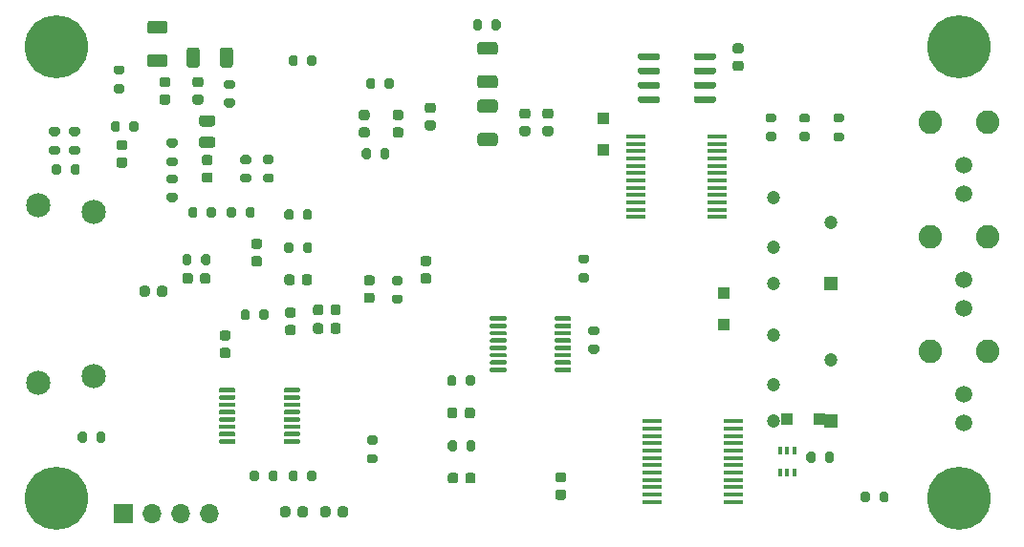
<source format=gbs>
G04 #@! TF.GenerationSoftware,KiCad,Pcbnew,(5.1.12-1-10_14)*
G04 #@! TF.CreationDate,2022-04-11T16:53:27-05:00*
G04 #@! TF.ProjectId,bath_clamp,62617468-5f63-46c6-916d-702e6b696361,rev?*
G04 #@! TF.SameCoordinates,Original*
G04 #@! TF.FileFunction,Soldermask,Bot*
G04 #@! TF.FilePolarity,Negative*
%FSLAX46Y46*%
G04 Gerber Fmt 4.6, Leading zero omitted, Abs format (unit mm)*
G04 Created by KiCad (PCBNEW (5.1.12-1-10_14)) date 2022-04-11 16:53:27*
%MOMM*%
%LPD*%
G01*
G04 APERTURE LIST*
%ADD10C,5.600000*%
%ADD11C,1.500000*%
%ADD12O,1.700000X1.700000*%
%ADD13R,1.700000X1.700000*%
%ADD14R,1.200000X1.200000*%
%ADD15C,1.200000*%
%ADD16C,2.153200*%
%ADD17C,2.082800*%
%ADD18R,1.100000X1.100000*%
%ADD19C,5.599999*%
%ADD20R,0.400000X0.650000*%
%ADD21R,1.750000X0.450000*%
G04 APERTURE END LIST*
D10*
X84000000Y44000000D03*
X84000000Y4000000D03*
D11*
X84400000Y33490000D03*
X84400000Y13170000D03*
X84400000Y23330000D03*
X84400000Y10630000D03*
X84400000Y20790000D03*
X84400000Y30950000D03*
D12*
X17620000Y2600000D03*
X15080000Y2600000D03*
X12540000Y2600000D03*
D13*
X10000000Y2600000D03*
D14*
X72644000Y23050500D03*
D15*
X72644000Y28450500D03*
X67564000Y30650500D03*
X67564000Y26250500D03*
X67564000Y23050500D03*
D14*
X72644000Y10858500D03*
D15*
X72644000Y16258500D03*
X67564000Y18458500D03*
X67564000Y14058500D03*
X67564000Y10858500D03*
G36*
G01*
X42563600Y45699000D02*
X42563600Y46249000D01*
G75*
G02*
X42763600Y46449000I200000J0D01*
G01*
X43163600Y46449000D01*
G75*
G02*
X43363600Y46249000I0J-200000D01*
G01*
X43363600Y45699000D01*
G75*
G02*
X43163600Y45499000I-200000J0D01*
G01*
X42763600Y45499000D01*
G75*
G02*
X42563600Y45699000I0J200000D01*
G01*
G37*
G36*
G01*
X40913600Y45699000D02*
X40913600Y46249000D01*
G75*
G02*
X41113600Y46449000I200000J0D01*
G01*
X41513600Y46449000D01*
G75*
G02*
X41713600Y46249000I0J-200000D01*
G01*
X41713600Y45699000D01*
G75*
G02*
X41513600Y45499000I-200000J0D01*
G01*
X41113600Y45499000D01*
G75*
G02*
X40913600Y45699000I0J200000D01*
G01*
G37*
G36*
G01*
X32279000Y8743500D02*
X31729000Y8743500D01*
G75*
G02*
X31529000Y8943500I0J200000D01*
G01*
X31529000Y9343500D01*
G75*
G02*
X31729000Y9543500I200000J0D01*
G01*
X32279000Y9543500D01*
G75*
G02*
X32479000Y9343500I0J-200000D01*
G01*
X32479000Y8943500D01*
G75*
G02*
X32279000Y8743500I-200000J0D01*
G01*
G37*
G36*
G01*
X32279000Y7093500D02*
X31729000Y7093500D01*
G75*
G02*
X31529000Y7293500I0J200000D01*
G01*
X31529000Y7693500D01*
G75*
G02*
X31729000Y7893500I200000J0D01*
G01*
X32279000Y7893500D01*
G75*
G02*
X32479000Y7693500I0J-200000D01*
G01*
X32479000Y7293500D01*
G75*
G02*
X32279000Y7093500I-200000J0D01*
G01*
G37*
G36*
G01*
X17861300Y36949800D02*
X16911300Y36949800D01*
G75*
G02*
X16661300Y37199800I0J250000D01*
G01*
X16661300Y37699800D01*
G75*
G02*
X16911300Y37949800I250000J0D01*
G01*
X17861300Y37949800D01*
G75*
G02*
X18111300Y37699800I0J-250000D01*
G01*
X18111300Y37199800D01*
G75*
G02*
X17861300Y36949800I-250000J0D01*
G01*
G37*
G36*
G01*
X17861300Y35049800D02*
X16911300Y35049800D01*
G75*
G02*
X16661300Y35299800I0J250000D01*
G01*
X16661300Y35799800D01*
G75*
G02*
X16911300Y36049800I250000J0D01*
G01*
X17861300Y36049800D01*
G75*
G02*
X18111300Y35799800I0J-250000D01*
G01*
X18111300Y35299800D01*
G75*
G02*
X17861300Y35049800I-250000J0D01*
G01*
G37*
G36*
G01*
X64151700Y42778800D02*
X64651700Y42778800D01*
G75*
G02*
X64876700Y42553800I0J-225000D01*
G01*
X64876700Y42103800D01*
G75*
G02*
X64651700Y41878800I-225000J0D01*
G01*
X64151700Y41878800D01*
G75*
G02*
X63926700Y42103800I0J225000D01*
G01*
X63926700Y42553800D01*
G75*
G02*
X64151700Y42778800I225000J0D01*
G01*
G37*
G36*
G01*
X64151700Y44328800D02*
X64651700Y44328800D01*
G75*
G02*
X64876700Y44103800I0J-225000D01*
G01*
X64876700Y43653800D01*
G75*
G02*
X64651700Y43428800I-225000J0D01*
G01*
X64151700Y43428800D01*
G75*
G02*
X63926700Y43653800I0J225000D01*
G01*
X63926700Y44103800D01*
G75*
G02*
X64151700Y44328800I225000J0D01*
G01*
G37*
G36*
G01*
X19629800Y40290300D02*
X19079800Y40290300D01*
G75*
G02*
X18879800Y40490300I0J200000D01*
G01*
X18879800Y40890300D01*
G75*
G02*
X19079800Y41090300I200000J0D01*
G01*
X19629800Y41090300D01*
G75*
G02*
X19829800Y40890300I0J-200000D01*
G01*
X19829800Y40490300D01*
G75*
G02*
X19629800Y40290300I-200000J0D01*
G01*
G37*
G36*
G01*
X19629800Y38640300D02*
X19079800Y38640300D01*
G75*
G02*
X18879800Y38840300I0J200000D01*
G01*
X18879800Y39240300D01*
G75*
G02*
X19079800Y39440300I200000J0D01*
G01*
X19629800Y39440300D01*
G75*
G02*
X19829800Y39240300I0J-200000D01*
G01*
X19829800Y38840300D01*
G75*
G02*
X19629800Y38640300I-200000J0D01*
G01*
G37*
G36*
G01*
X16714900Y43715701D02*
X16714900Y42415699D01*
G75*
G02*
X16464901Y42165700I-249999J0D01*
G01*
X15814899Y42165700D01*
G75*
G02*
X15564900Y42415699I0J249999D01*
G01*
X15564900Y43715701D01*
G75*
G02*
X15814899Y43965700I249999J0D01*
G01*
X16464901Y43965700D01*
G75*
G02*
X16714900Y43715701I0J-249999D01*
G01*
G37*
G36*
G01*
X19664900Y43715701D02*
X19664900Y42415699D01*
G75*
G02*
X19414901Y42165700I-249999J0D01*
G01*
X18764899Y42165700D01*
G75*
G02*
X18514900Y42415699I0J249999D01*
G01*
X18514900Y43715701D01*
G75*
G02*
X18764899Y43965700I249999J0D01*
G01*
X19414901Y43965700D01*
G75*
G02*
X19664900Y43715701I0J-249999D01*
G01*
G37*
G36*
G01*
X12329399Y43372200D02*
X13629401Y43372200D01*
G75*
G02*
X13879400Y43122201I0J-249999D01*
G01*
X13879400Y42472199D01*
G75*
G02*
X13629401Y42222200I-249999J0D01*
G01*
X12329399Y42222200D01*
G75*
G02*
X12079400Y42472199I0J249999D01*
G01*
X12079400Y43122201D01*
G75*
G02*
X12329399Y43372200I249999J0D01*
G01*
G37*
G36*
G01*
X12329399Y46322200D02*
X13629401Y46322200D01*
G75*
G02*
X13879400Y46072201I0J-249999D01*
G01*
X13879400Y45422199D01*
G75*
G02*
X13629401Y45172200I-249999J0D01*
G01*
X12329399Y45172200D01*
G75*
G02*
X12079400Y45422199I0J249999D01*
G01*
X12079400Y46072201D01*
G75*
G02*
X12329399Y46322200I249999J0D01*
G01*
G37*
G36*
G01*
X48149800Y15265300D02*
X48149800Y15465300D01*
G75*
G02*
X48249800Y15565300I100000J0D01*
G01*
X49524800Y15565300D01*
G75*
G02*
X49624800Y15465300I0J-100000D01*
G01*
X49624800Y15265300D01*
G75*
G02*
X49524800Y15165300I-100000J0D01*
G01*
X48249800Y15165300D01*
G75*
G02*
X48149800Y15265300I0J100000D01*
G01*
G37*
G36*
G01*
X48149800Y15915300D02*
X48149800Y16115300D01*
G75*
G02*
X48249800Y16215300I100000J0D01*
G01*
X49524800Y16215300D01*
G75*
G02*
X49624800Y16115300I0J-100000D01*
G01*
X49624800Y15915300D01*
G75*
G02*
X49524800Y15815300I-100000J0D01*
G01*
X48249800Y15815300D01*
G75*
G02*
X48149800Y15915300I0J100000D01*
G01*
G37*
G36*
G01*
X48149800Y16565300D02*
X48149800Y16765300D01*
G75*
G02*
X48249800Y16865300I100000J0D01*
G01*
X49524800Y16865300D01*
G75*
G02*
X49624800Y16765300I0J-100000D01*
G01*
X49624800Y16565300D01*
G75*
G02*
X49524800Y16465300I-100000J0D01*
G01*
X48249800Y16465300D01*
G75*
G02*
X48149800Y16565300I0J100000D01*
G01*
G37*
G36*
G01*
X48149800Y17215300D02*
X48149800Y17415300D01*
G75*
G02*
X48249800Y17515300I100000J0D01*
G01*
X49524800Y17515300D01*
G75*
G02*
X49624800Y17415300I0J-100000D01*
G01*
X49624800Y17215300D01*
G75*
G02*
X49524800Y17115300I-100000J0D01*
G01*
X48249800Y17115300D01*
G75*
G02*
X48149800Y17215300I0J100000D01*
G01*
G37*
G36*
G01*
X48149800Y17865300D02*
X48149800Y18065300D01*
G75*
G02*
X48249800Y18165300I100000J0D01*
G01*
X49524800Y18165300D01*
G75*
G02*
X49624800Y18065300I0J-100000D01*
G01*
X49624800Y17865300D01*
G75*
G02*
X49524800Y17765300I-100000J0D01*
G01*
X48249800Y17765300D01*
G75*
G02*
X48149800Y17865300I0J100000D01*
G01*
G37*
G36*
G01*
X48149800Y18515300D02*
X48149800Y18715300D01*
G75*
G02*
X48249800Y18815300I100000J0D01*
G01*
X49524800Y18815300D01*
G75*
G02*
X49624800Y18715300I0J-100000D01*
G01*
X49624800Y18515300D01*
G75*
G02*
X49524800Y18415300I-100000J0D01*
G01*
X48249800Y18415300D01*
G75*
G02*
X48149800Y18515300I0J100000D01*
G01*
G37*
G36*
G01*
X48149800Y19165300D02*
X48149800Y19365300D01*
G75*
G02*
X48249800Y19465300I100000J0D01*
G01*
X49524800Y19465300D01*
G75*
G02*
X49624800Y19365300I0J-100000D01*
G01*
X49624800Y19165300D01*
G75*
G02*
X49524800Y19065300I-100000J0D01*
G01*
X48249800Y19065300D01*
G75*
G02*
X48149800Y19165300I0J100000D01*
G01*
G37*
G36*
G01*
X48149800Y19815300D02*
X48149800Y20015300D01*
G75*
G02*
X48249800Y20115300I100000J0D01*
G01*
X49524800Y20115300D01*
G75*
G02*
X49624800Y20015300I0J-100000D01*
G01*
X49624800Y19815300D01*
G75*
G02*
X49524800Y19715300I-100000J0D01*
G01*
X48249800Y19715300D01*
G75*
G02*
X48149800Y19815300I0J100000D01*
G01*
G37*
G36*
G01*
X42424800Y19815300D02*
X42424800Y20015300D01*
G75*
G02*
X42524800Y20115300I100000J0D01*
G01*
X43799800Y20115300D01*
G75*
G02*
X43899800Y20015300I0J-100000D01*
G01*
X43899800Y19815300D01*
G75*
G02*
X43799800Y19715300I-100000J0D01*
G01*
X42524800Y19715300D01*
G75*
G02*
X42424800Y19815300I0J100000D01*
G01*
G37*
G36*
G01*
X42424800Y19165300D02*
X42424800Y19365300D01*
G75*
G02*
X42524800Y19465300I100000J0D01*
G01*
X43799800Y19465300D01*
G75*
G02*
X43899800Y19365300I0J-100000D01*
G01*
X43899800Y19165300D01*
G75*
G02*
X43799800Y19065300I-100000J0D01*
G01*
X42524800Y19065300D01*
G75*
G02*
X42424800Y19165300I0J100000D01*
G01*
G37*
G36*
G01*
X42424800Y18515300D02*
X42424800Y18715300D01*
G75*
G02*
X42524800Y18815300I100000J0D01*
G01*
X43799800Y18815300D01*
G75*
G02*
X43899800Y18715300I0J-100000D01*
G01*
X43899800Y18515300D01*
G75*
G02*
X43799800Y18415300I-100000J0D01*
G01*
X42524800Y18415300D01*
G75*
G02*
X42424800Y18515300I0J100000D01*
G01*
G37*
G36*
G01*
X42424800Y17865300D02*
X42424800Y18065300D01*
G75*
G02*
X42524800Y18165300I100000J0D01*
G01*
X43799800Y18165300D01*
G75*
G02*
X43899800Y18065300I0J-100000D01*
G01*
X43899800Y17865300D01*
G75*
G02*
X43799800Y17765300I-100000J0D01*
G01*
X42524800Y17765300D01*
G75*
G02*
X42424800Y17865300I0J100000D01*
G01*
G37*
G36*
G01*
X42424800Y17215300D02*
X42424800Y17415300D01*
G75*
G02*
X42524800Y17515300I100000J0D01*
G01*
X43799800Y17515300D01*
G75*
G02*
X43899800Y17415300I0J-100000D01*
G01*
X43899800Y17215300D01*
G75*
G02*
X43799800Y17115300I-100000J0D01*
G01*
X42524800Y17115300D01*
G75*
G02*
X42424800Y17215300I0J100000D01*
G01*
G37*
G36*
G01*
X42424800Y16565300D02*
X42424800Y16765300D01*
G75*
G02*
X42524800Y16865300I100000J0D01*
G01*
X43799800Y16865300D01*
G75*
G02*
X43899800Y16765300I0J-100000D01*
G01*
X43899800Y16565300D01*
G75*
G02*
X43799800Y16465300I-100000J0D01*
G01*
X42524800Y16465300D01*
G75*
G02*
X42424800Y16565300I0J100000D01*
G01*
G37*
G36*
G01*
X42424800Y15915300D02*
X42424800Y16115300D01*
G75*
G02*
X42524800Y16215300I100000J0D01*
G01*
X43799800Y16215300D01*
G75*
G02*
X43899800Y16115300I0J-100000D01*
G01*
X43899800Y15915300D01*
G75*
G02*
X43799800Y15815300I-100000J0D01*
G01*
X42524800Y15815300D01*
G75*
G02*
X42424800Y15915300I0J100000D01*
G01*
G37*
G36*
G01*
X42424800Y15265300D02*
X42424800Y15465300D01*
G75*
G02*
X42524800Y15565300I100000J0D01*
G01*
X43799800Y15565300D01*
G75*
G02*
X43899800Y15465300I0J-100000D01*
G01*
X43899800Y15265300D01*
G75*
G02*
X43799800Y15165300I-100000J0D01*
G01*
X42524800Y15165300D01*
G75*
G02*
X42424800Y15265300I0J100000D01*
G01*
G37*
D16*
X2468800Y29935300D03*
X2468800Y14235300D03*
X7368800Y14835300D03*
X7368800Y29335300D03*
D17*
X86540000Y37300000D03*
X81460000Y37300000D03*
X86540000Y16980000D03*
X81460000Y16980000D03*
X86540000Y27140000D03*
X81460000Y27140000D03*
G36*
G01*
X34488800Y22891300D02*
X33938800Y22891300D01*
G75*
G02*
X33738800Y23091300I0J200000D01*
G01*
X33738800Y23491300D01*
G75*
G02*
X33938800Y23691300I200000J0D01*
G01*
X34488800Y23691300D01*
G75*
G02*
X34688800Y23491300I0J-200000D01*
G01*
X34688800Y23091300D01*
G75*
G02*
X34488800Y22891300I-200000J0D01*
G01*
G37*
G36*
G01*
X34488800Y21241300D02*
X33938800Y21241300D01*
G75*
G02*
X33738800Y21441300I0J200000D01*
G01*
X33738800Y21841300D01*
G75*
G02*
X33938800Y22041300I200000J0D01*
G01*
X34488800Y22041300D01*
G75*
G02*
X34688800Y21841300I0J-200000D01*
G01*
X34688800Y21441300D01*
G75*
G02*
X34488800Y21241300I-200000J0D01*
G01*
G37*
G36*
G01*
X50998800Y24796300D02*
X50448800Y24796300D01*
G75*
G02*
X50248800Y24996300I0J200000D01*
G01*
X50248800Y25396300D01*
G75*
G02*
X50448800Y25596300I200000J0D01*
G01*
X50998800Y25596300D01*
G75*
G02*
X51198800Y25396300I0J-200000D01*
G01*
X51198800Y24996300D01*
G75*
G02*
X50998800Y24796300I-200000J0D01*
G01*
G37*
G36*
G01*
X50998800Y23146300D02*
X50448800Y23146300D01*
G75*
G02*
X50248800Y23346300I0J200000D01*
G01*
X50248800Y23746300D01*
G75*
G02*
X50448800Y23946300I200000J0D01*
G01*
X50998800Y23946300D01*
G75*
G02*
X51198800Y23746300I0J-200000D01*
G01*
X51198800Y23346300D01*
G75*
G02*
X50998800Y23146300I-200000J0D01*
G01*
G37*
G36*
G01*
X21152300Y20518800D02*
X21152300Y19968800D01*
G75*
G02*
X20952300Y19768800I-200000J0D01*
G01*
X20552300Y19768800D01*
G75*
G02*
X20352300Y19968800I0J200000D01*
G01*
X20352300Y20518800D01*
G75*
G02*
X20552300Y20718800I200000J0D01*
G01*
X20952300Y20718800D01*
G75*
G02*
X21152300Y20518800I0J-200000D01*
G01*
G37*
G36*
G01*
X22802300Y20518800D02*
X22802300Y19968800D01*
G75*
G02*
X22602300Y19768800I-200000J0D01*
G01*
X22202300Y19768800D01*
G75*
G02*
X22002300Y19968800I0J200000D01*
G01*
X22002300Y20518800D01*
G75*
G02*
X22202300Y20718800I200000J0D01*
G01*
X22602300Y20718800D01*
G75*
G02*
X22802300Y20518800I0J-200000D01*
G01*
G37*
G36*
G01*
X25875800Y25937800D02*
X25875800Y26487800D01*
G75*
G02*
X26075800Y26687800I200000J0D01*
G01*
X26475800Y26687800D01*
G75*
G02*
X26675800Y26487800I0J-200000D01*
G01*
X26675800Y25937800D01*
G75*
G02*
X26475800Y25737800I-200000J0D01*
G01*
X26075800Y25737800D01*
G75*
G02*
X25875800Y25937800I0J200000D01*
G01*
G37*
G36*
G01*
X24225800Y25937800D02*
X24225800Y26487800D01*
G75*
G02*
X24425800Y26687800I200000J0D01*
G01*
X24825800Y26687800D01*
G75*
G02*
X25025800Y26487800I0J-200000D01*
G01*
X25025800Y25937800D01*
G75*
G02*
X24825800Y25737800I-200000J0D01*
G01*
X24425800Y25737800D01*
G75*
G02*
X24225800Y25937800I0J200000D01*
G01*
G37*
G36*
G01*
X17366800Y29049300D02*
X17366800Y29599300D01*
G75*
G02*
X17566800Y29799300I200000J0D01*
G01*
X17966800Y29799300D01*
G75*
G02*
X18166800Y29599300I0J-200000D01*
G01*
X18166800Y29049300D01*
G75*
G02*
X17966800Y28849300I-200000J0D01*
G01*
X17566800Y28849300D01*
G75*
G02*
X17366800Y29049300I0J200000D01*
G01*
G37*
G36*
G01*
X15716800Y29049300D02*
X15716800Y29599300D01*
G75*
G02*
X15916800Y29799300I200000J0D01*
G01*
X16316800Y29799300D01*
G75*
G02*
X16516800Y29599300I0J-200000D01*
G01*
X16516800Y29049300D01*
G75*
G02*
X16316800Y28849300I-200000J0D01*
G01*
X15916800Y28849300D01*
G75*
G02*
X15716800Y29049300I0J200000D01*
G01*
G37*
G36*
G01*
X71253800Y7882300D02*
X71253800Y7332300D01*
G75*
G02*
X71053800Y7132300I-200000J0D01*
G01*
X70653800Y7132300D01*
G75*
G02*
X70453800Y7332300I0J200000D01*
G01*
X70453800Y7882300D01*
G75*
G02*
X70653800Y8082300I200000J0D01*
G01*
X71053800Y8082300D01*
G75*
G02*
X71253800Y7882300I0J-200000D01*
G01*
G37*
G36*
G01*
X72903800Y7882300D02*
X72903800Y7332300D01*
G75*
G02*
X72703800Y7132300I-200000J0D01*
G01*
X72303800Y7132300D01*
G75*
G02*
X72103800Y7332300I0J200000D01*
G01*
X72103800Y7882300D01*
G75*
G02*
X72303800Y8082300I200000J0D01*
G01*
X72703800Y8082300D01*
G75*
G02*
X72903800Y7882300I0J-200000D01*
G01*
G37*
D18*
X52501800Y34909300D03*
X52501800Y37709300D03*
X63169800Y19415300D03*
X63169800Y22215300D03*
X68757800Y11036300D03*
X71557800Y11036300D03*
G36*
G01*
X7587800Y9110300D02*
X7587800Y9660300D01*
G75*
G02*
X7787800Y9860300I200000J0D01*
G01*
X8187800Y9860300D01*
G75*
G02*
X8387800Y9660300I0J-200000D01*
G01*
X8387800Y9110300D01*
G75*
G02*
X8187800Y8910300I-200000J0D01*
G01*
X7787800Y8910300D01*
G75*
G02*
X7587800Y9110300I0J200000D01*
G01*
G37*
G36*
G01*
X5937800Y9110300D02*
X5937800Y9660300D01*
G75*
G02*
X6137800Y9860300I200000J0D01*
G01*
X6537800Y9860300D01*
G75*
G02*
X6737800Y9660300I0J-200000D01*
G01*
X6737800Y9110300D01*
G75*
G02*
X6537800Y8910300I-200000J0D01*
G01*
X6137800Y8910300D01*
G75*
G02*
X5937800Y9110300I0J200000D01*
G01*
G37*
G36*
G01*
X26256800Y42511300D02*
X26256800Y43061300D01*
G75*
G02*
X26456800Y43261300I200000J0D01*
G01*
X26856800Y43261300D01*
G75*
G02*
X27056800Y43061300I0J-200000D01*
G01*
X27056800Y42511300D01*
G75*
G02*
X26856800Y42311300I-200000J0D01*
G01*
X26456800Y42311300D01*
G75*
G02*
X26256800Y42511300I0J200000D01*
G01*
G37*
G36*
G01*
X24606800Y42511300D02*
X24606800Y43061300D01*
G75*
G02*
X24806800Y43261300I200000J0D01*
G01*
X25206800Y43261300D01*
G75*
G02*
X25406800Y43061300I0J-200000D01*
G01*
X25406800Y42511300D01*
G75*
G02*
X25206800Y42311300I-200000J0D01*
G01*
X24806800Y42311300D01*
G75*
G02*
X24606800Y42511300I0J200000D01*
G01*
G37*
D10*
X4000000Y44000000D03*
D19*
X4000000Y4000000D03*
G36*
G01*
X20795800Y29049300D02*
X20795800Y29599300D01*
G75*
G02*
X20995800Y29799300I200000J0D01*
G01*
X21395800Y29799300D01*
G75*
G02*
X21595800Y29599300I0J-200000D01*
G01*
X21595800Y29049300D01*
G75*
G02*
X21395800Y28849300I-200000J0D01*
G01*
X20995800Y28849300D01*
G75*
G02*
X20795800Y29049300I0J200000D01*
G01*
G37*
G36*
G01*
X19145800Y29049300D02*
X19145800Y29599300D01*
G75*
G02*
X19345800Y29799300I200000J0D01*
G01*
X19745800Y29799300D01*
G75*
G02*
X19945800Y29599300I0J-200000D01*
G01*
X19945800Y29049300D01*
G75*
G02*
X19745800Y28849300I-200000J0D01*
G01*
X19345800Y28849300D01*
G75*
G02*
X19145800Y29049300I0J200000D01*
G01*
G37*
G36*
G01*
X25875800Y28858800D02*
X25875800Y29408800D01*
G75*
G02*
X26075800Y29608800I200000J0D01*
G01*
X26475800Y29608800D01*
G75*
G02*
X26675800Y29408800I0J-200000D01*
G01*
X26675800Y28858800D01*
G75*
G02*
X26475800Y28658800I-200000J0D01*
G01*
X26075800Y28658800D01*
G75*
G02*
X25875800Y28858800I0J200000D01*
G01*
G37*
G36*
G01*
X24225800Y28858800D02*
X24225800Y29408800D01*
G75*
G02*
X24425800Y29608800I200000J0D01*
G01*
X24825800Y29608800D01*
G75*
G02*
X25025800Y29408800I0J-200000D01*
G01*
X25025800Y28858800D01*
G75*
G02*
X24825800Y28658800I-200000J0D01*
G01*
X24425800Y28658800D01*
G75*
G02*
X24225800Y28858800I0J200000D01*
G01*
G37*
G36*
G01*
X40353800Y8348300D02*
X40353800Y8898300D01*
G75*
G02*
X40553800Y9098300I200000J0D01*
G01*
X40953800Y9098300D01*
G75*
G02*
X41153800Y8898300I0J-200000D01*
G01*
X41153800Y8348300D01*
G75*
G02*
X40953800Y8148300I-200000J0D01*
G01*
X40553800Y8148300D01*
G75*
G02*
X40353800Y8348300I0J200000D01*
G01*
G37*
G36*
G01*
X38703800Y8348300D02*
X38703800Y8898300D01*
G75*
G02*
X38903800Y9098300I200000J0D01*
G01*
X39303800Y9098300D01*
G75*
G02*
X39503800Y8898300I0J-200000D01*
G01*
X39503800Y8348300D01*
G75*
G02*
X39303800Y8148300I-200000J0D01*
G01*
X38903800Y8148300D01*
G75*
G02*
X38703800Y8348300I0J200000D01*
G01*
G37*
G36*
G01*
X76079800Y4364400D02*
X76079800Y3814400D01*
G75*
G02*
X75879800Y3614400I-200000J0D01*
G01*
X75479800Y3614400D01*
G75*
G02*
X75279800Y3814400I0J200000D01*
G01*
X75279800Y4364400D01*
G75*
G02*
X75479800Y4564400I200000J0D01*
G01*
X75879800Y4564400D01*
G75*
G02*
X76079800Y4364400I0J-200000D01*
G01*
G37*
G36*
G01*
X77729800Y4364400D02*
X77729800Y3814400D01*
G75*
G02*
X77529800Y3614400I-200000J0D01*
G01*
X77129800Y3614400D01*
G75*
G02*
X76929800Y3814400I0J200000D01*
G01*
X76929800Y4364400D01*
G75*
G02*
X77129800Y4564400I200000J0D01*
G01*
X77529800Y4564400D01*
G75*
G02*
X77729800Y4364400I0J-200000D01*
G01*
G37*
G36*
G01*
X22827800Y5681300D02*
X22827800Y6231300D01*
G75*
G02*
X23027800Y6431300I200000J0D01*
G01*
X23427800Y6431300D01*
G75*
G02*
X23627800Y6231300I0J-200000D01*
G01*
X23627800Y5681300D01*
G75*
G02*
X23427800Y5481300I-200000J0D01*
G01*
X23027800Y5481300D01*
G75*
G02*
X22827800Y5681300I0J200000D01*
G01*
G37*
G36*
G01*
X21177800Y5681300D02*
X21177800Y6231300D01*
G75*
G02*
X21377800Y6431300I200000J0D01*
G01*
X21777800Y6431300D01*
G75*
G02*
X21977800Y6231300I0J-200000D01*
G01*
X21977800Y5681300D01*
G75*
G02*
X21777800Y5481300I-200000J0D01*
G01*
X21377800Y5481300D01*
G75*
G02*
X21177800Y5681300I0J200000D01*
G01*
G37*
G36*
G01*
X51887800Y18446300D02*
X51337800Y18446300D01*
G75*
G02*
X51137800Y18646300I0J200000D01*
G01*
X51137800Y19046300D01*
G75*
G02*
X51337800Y19246300I200000J0D01*
G01*
X51887800Y19246300D01*
G75*
G02*
X52087800Y19046300I0J-200000D01*
G01*
X52087800Y18646300D01*
G75*
G02*
X51887800Y18446300I-200000J0D01*
G01*
G37*
G36*
G01*
X51887800Y16796300D02*
X51337800Y16796300D01*
G75*
G02*
X51137800Y16996300I0J200000D01*
G01*
X51137800Y17396300D01*
G75*
G02*
X51337800Y17596300I200000J0D01*
G01*
X51887800Y17596300D01*
G75*
G02*
X52087800Y17396300I0J-200000D01*
G01*
X52087800Y16996300D01*
G75*
G02*
X51887800Y16796300I-200000J0D01*
G01*
G37*
G36*
G01*
X25406800Y6231300D02*
X25406800Y5681300D01*
G75*
G02*
X25206800Y5481300I-200000J0D01*
G01*
X24806800Y5481300D01*
G75*
G02*
X24606800Y5681300I0J200000D01*
G01*
X24606800Y6231300D01*
G75*
G02*
X24806800Y6431300I200000J0D01*
G01*
X25206800Y6431300D01*
G75*
G02*
X25406800Y6231300I0J-200000D01*
G01*
G37*
G36*
G01*
X27056800Y6231300D02*
X27056800Y5681300D01*
G75*
G02*
X26856800Y5481300I-200000J0D01*
G01*
X26456800Y5481300D01*
G75*
G02*
X26256800Y5681300I0J200000D01*
G01*
X26256800Y6231300D01*
G75*
G02*
X26456800Y6431300I200000J0D01*
G01*
X26856800Y6431300D01*
G75*
G02*
X27056800Y6231300I0J-200000D01*
G01*
G37*
G36*
G01*
X40296300Y14130800D02*
X40296300Y14680800D01*
G75*
G02*
X40496300Y14880800I200000J0D01*
G01*
X40896300Y14880800D01*
G75*
G02*
X41096300Y14680800I0J-200000D01*
G01*
X41096300Y14130800D01*
G75*
G02*
X40896300Y13930800I-200000J0D01*
G01*
X40496300Y13930800D01*
G75*
G02*
X40296300Y14130800I0J200000D01*
G01*
G37*
G36*
G01*
X38646300Y14130800D02*
X38646300Y14680800D01*
G75*
G02*
X38846300Y14880800I200000J0D01*
G01*
X39246300Y14880800D01*
G75*
G02*
X39446300Y14680800I0J-200000D01*
G01*
X39446300Y14130800D01*
G75*
G02*
X39246300Y13930800I-200000J0D01*
G01*
X38846300Y13930800D01*
G75*
G02*
X38646300Y14130800I0J200000D01*
G01*
G37*
G36*
G01*
X9658800Y37219300D02*
X9658800Y36669300D01*
G75*
G02*
X9458800Y36469300I-200000J0D01*
G01*
X9058800Y36469300D01*
G75*
G02*
X8858800Y36669300I0J200000D01*
G01*
X8858800Y37219300D01*
G75*
G02*
X9058800Y37419300I200000J0D01*
G01*
X9458800Y37419300D01*
G75*
G02*
X9658800Y37219300I0J-200000D01*
G01*
G37*
G36*
G01*
X11308800Y37219300D02*
X11308800Y36669300D01*
G75*
G02*
X11108800Y36469300I-200000J0D01*
G01*
X10708800Y36469300D01*
G75*
G02*
X10508800Y36669300I0J200000D01*
G01*
X10508800Y37219300D01*
G75*
G02*
X10708800Y37419300I200000J0D01*
G01*
X11108800Y37419300D01*
G75*
G02*
X11308800Y37219300I0J-200000D01*
G01*
G37*
G36*
G01*
X9850800Y41560300D02*
X9300800Y41560300D01*
G75*
G02*
X9100800Y41760300I0J200000D01*
G01*
X9100800Y42160300D01*
G75*
G02*
X9300800Y42360300I200000J0D01*
G01*
X9850800Y42360300D01*
G75*
G02*
X10050800Y42160300I0J-200000D01*
G01*
X10050800Y41760300D01*
G75*
G02*
X9850800Y41560300I-200000J0D01*
G01*
G37*
G36*
G01*
X9850800Y39910300D02*
X9300800Y39910300D01*
G75*
G02*
X9100800Y40110300I0J200000D01*
G01*
X9100800Y40510300D01*
G75*
G02*
X9300800Y40710300I200000J0D01*
G01*
X9850800Y40710300D01*
G75*
G02*
X10050800Y40510300I0J-200000D01*
G01*
X10050800Y40110300D01*
G75*
G02*
X9850800Y39910300I-200000J0D01*
G01*
G37*
D20*
X68107800Y6276300D03*
X69407800Y6276300D03*
X68757800Y8176300D03*
X68757800Y6276300D03*
X69407800Y8176300D03*
X68107800Y8176300D03*
G36*
G01*
X25125800Y23605300D02*
X25125800Y23105300D01*
G75*
G02*
X24900800Y22880300I-225000J0D01*
G01*
X24450800Y22880300D01*
G75*
G02*
X24225800Y23105300I0J225000D01*
G01*
X24225800Y23605300D01*
G75*
G02*
X24450800Y23830300I225000J0D01*
G01*
X24900800Y23830300D01*
G75*
G02*
X25125800Y23605300I0J-225000D01*
G01*
G37*
G36*
G01*
X26675800Y23605300D02*
X26675800Y23105300D01*
G75*
G02*
X26450800Y22880300I-225000J0D01*
G01*
X26000800Y22880300D01*
G75*
G02*
X25775800Y23105300I0J225000D01*
G01*
X25775800Y23605300D01*
G75*
G02*
X26000800Y23830300I225000J0D01*
G01*
X26450800Y23830300D01*
G75*
G02*
X26675800Y23605300I0J-225000D01*
G01*
G37*
G36*
G01*
X24146800Y8915300D02*
X24146800Y9115300D01*
G75*
G02*
X24246800Y9215300I100000J0D01*
G01*
X25521800Y9215300D01*
G75*
G02*
X25621800Y9115300I0J-100000D01*
G01*
X25621800Y8915300D01*
G75*
G02*
X25521800Y8815300I-100000J0D01*
G01*
X24246800Y8815300D01*
G75*
G02*
X24146800Y8915300I0J100000D01*
G01*
G37*
G36*
G01*
X24146800Y9565300D02*
X24146800Y9765300D01*
G75*
G02*
X24246800Y9865300I100000J0D01*
G01*
X25521800Y9865300D01*
G75*
G02*
X25621800Y9765300I0J-100000D01*
G01*
X25621800Y9565300D01*
G75*
G02*
X25521800Y9465300I-100000J0D01*
G01*
X24246800Y9465300D01*
G75*
G02*
X24146800Y9565300I0J100000D01*
G01*
G37*
G36*
G01*
X24146800Y10215300D02*
X24146800Y10415300D01*
G75*
G02*
X24246800Y10515300I100000J0D01*
G01*
X25521800Y10515300D01*
G75*
G02*
X25621800Y10415300I0J-100000D01*
G01*
X25621800Y10215300D01*
G75*
G02*
X25521800Y10115300I-100000J0D01*
G01*
X24246800Y10115300D01*
G75*
G02*
X24146800Y10215300I0J100000D01*
G01*
G37*
G36*
G01*
X24146800Y10865300D02*
X24146800Y11065300D01*
G75*
G02*
X24246800Y11165300I100000J0D01*
G01*
X25521800Y11165300D01*
G75*
G02*
X25621800Y11065300I0J-100000D01*
G01*
X25621800Y10865300D01*
G75*
G02*
X25521800Y10765300I-100000J0D01*
G01*
X24246800Y10765300D01*
G75*
G02*
X24146800Y10865300I0J100000D01*
G01*
G37*
G36*
G01*
X24146800Y11515300D02*
X24146800Y11715300D01*
G75*
G02*
X24246800Y11815300I100000J0D01*
G01*
X25521800Y11815300D01*
G75*
G02*
X25621800Y11715300I0J-100000D01*
G01*
X25621800Y11515300D01*
G75*
G02*
X25521800Y11415300I-100000J0D01*
G01*
X24246800Y11415300D01*
G75*
G02*
X24146800Y11515300I0J100000D01*
G01*
G37*
G36*
G01*
X24146800Y12165300D02*
X24146800Y12365300D01*
G75*
G02*
X24246800Y12465300I100000J0D01*
G01*
X25521800Y12465300D01*
G75*
G02*
X25621800Y12365300I0J-100000D01*
G01*
X25621800Y12165300D01*
G75*
G02*
X25521800Y12065300I-100000J0D01*
G01*
X24246800Y12065300D01*
G75*
G02*
X24146800Y12165300I0J100000D01*
G01*
G37*
G36*
G01*
X24146800Y12815300D02*
X24146800Y13015300D01*
G75*
G02*
X24246800Y13115300I100000J0D01*
G01*
X25521800Y13115300D01*
G75*
G02*
X25621800Y13015300I0J-100000D01*
G01*
X25621800Y12815300D01*
G75*
G02*
X25521800Y12715300I-100000J0D01*
G01*
X24246800Y12715300D01*
G75*
G02*
X24146800Y12815300I0J100000D01*
G01*
G37*
G36*
G01*
X24146800Y13465300D02*
X24146800Y13665300D01*
G75*
G02*
X24246800Y13765300I100000J0D01*
G01*
X25521800Y13765300D01*
G75*
G02*
X25621800Y13665300I0J-100000D01*
G01*
X25621800Y13465300D01*
G75*
G02*
X25521800Y13365300I-100000J0D01*
G01*
X24246800Y13365300D01*
G75*
G02*
X24146800Y13465300I0J100000D01*
G01*
G37*
G36*
G01*
X18421800Y13465300D02*
X18421800Y13665300D01*
G75*
G02*
X18521800Y13765300I100000J0D01*
G01*
X19796800Y13765300D01*
G75*
G02*
X19896800Y13665300I0J-100000D01*
G01*
X19896800Y13465300D01*
G75*
G02*
X19796800Y13365300I-100000J0D01*
G01*
X18521800Y13365300D01*
G75*
G02*
X18421800Y13465300I0J100000D01*
G01*
G37*
G36*
G01*
X18421800Y12815300D02*
X18421800Y13015300D01*
G75*
G02*
X18521800Y13115300I100000J0D01*
G01*
X19796800Y13115300D01*
G75*
G02*
X19896800Y13015300I0J-100000D01*
G01*
X19896800Y12815300D01*
G75*
G02*
X19796800Y12715300I-100000J0D01*
G01*
X18521800Y12715300D01*
G75*
G02*
X18421800Y12815300I0J100000D01*
G01*
G37*
G36*
G01*
X18421800Y12165300D02*
X18421800Y12365300D01*
G75*
G02*
X18521800Y12465300I100000J0D01*
G01*
X19796800Y12465300D01*
G75*
G02*
X19896800Y12365300I0J-100000D01*
G01*
X19896800Y12165300D01*
G75*
G02*
X19796800Y12065300I-100000J0D01*
G01*
X18521800Y12065300D01*
G75*
G02*
X18421800Y12165300I0J100000D01*
G01*
G37*
G36*
G01*
X18421800Y11515300D02*
X18421800Y11715300D01*
G75*
G02*
X18521800Y11815300I100000J0D01*
G01*
X19796800Y11815300D01*
G75*
G02*
X19896800Y11715300I0J-100000D01*
G01*
X19896800Y11515300D01*
G75*
G02*
X19796800Y11415300I-100000J0D01*
G01*
X18521800Y11415300D01*
G75*
G02*
X18421800Y11515300I0J100000D01*
G01*
G37*
G36*
G01*
X18421800Y10865300D02*
X18421800Y11065300D01*
G75*
G02*
X18521800Y11165300I100000J0D01*
G01*
X19796800Y11165300D01*
G75*
G02*
X19896800Y11065300I0J-100000D01*
G01*
X19896800Y10865300D01*
G75*
G02*
X19796800Y10765300I-100000J0D01*
G01*
X18521800Y10765300D01*
G75*
G02*
X18421800Y10865300I0J100000D01*
G01*
G37*
G36*
G01*
X18421800Y10215300D02*
X18421800Y10415300D01*
G75*
G02*
X18521800Y10515300I100000J0D01*
G01*
X19796800Y10515300D01*
G75*
G02*
X19896800Y10415300I0J-100000D01*
G01*
X19896800Y10215300D01*
G75*
G02*
X19796800Y10115300I-100000J0D01*
G01*
X18521800Y10115300D01*
G75*
G02*
X18421800Y10215300I0J100000D01*
G01*
G37*
G36*
G01*
X18421800Y9565300D02*
X18421800Y9765300D01*
G75*
G02*
X18521800Y9865300I100000J0D01*
G01*
X19796800Y9865300D01*
G75*
G02*
X19896800Y9765300I0J-100000D01*
G01*
X19896800Y9565300D01*
G75*
G02*
X19796800Y9465300I-100000J0D01*
G01*
X18521800Y9465300D01*
G75*
G02*
X18421800Y9565300I0J100000D01*
G01*
G37*
G36*
G01*
X18421800Y8915300D02*
X18421800Y9115300D01*
G75*
G02*
X18521800Y9215300I100000J0D01*
G01*
X19796800Y9215300D01*
G75*
G02*
X19896800Y9115300I0J-100000D01*
G01*
X19896800Y8915300D01*
G75*
G02*
X19796800Y8815300I-100000J0D01*
G01*
X18521800Y8815300D01*
G75*
G02*
X18421800Y8915300I0J100000D01*
G01*
G37*
G36*
G01*
X3585800Y35249300D02*
X4135800Y35249300D01*
G75*
G02*
X4335800Y35049300I0J-200000D01*
G01*
X4335800Y34649300D01*
G75*
G02*
X4135800Y34449300I-200000J0D01*
G01*
X3585800Y34449300D01*
G75*
G02*
X3385800Y34649300I0J200000D01*
G01*
X3385800Y35049300D01*
G75*
G02*
X3585800Y35249300I200000J0D01*
G01*
G37*
G36*
G01*
X3585800Y36899300D02*
X4135800Y36899300D01*
G75*
G02*
X4335800Y36699300I0J-200000D01*
G01*
X4335800Y36299300D01*
G75*
G02*
X4135800Y36099300I-200000J0D01*
G01*
X3585800Y36099300D01*
G75*
G02*
X3385800Y36299300I0J200000D01*
G01*
X3385800Y36699300D01*
G75*
G02*
X3585800Y36899300I200000J0D01*
G01*
G37*
G36*
G01*
X40190300Y11294300D02*
X40190300Y11794300D01*
G75*
G02*
X40415300Y12019300I225000J0D01*
G01*
X40865300Y12019300D01*
G75*
G02*
X41090300Y11794300I0J-225000D01*
G01*
X41090300Y11294300D01*
G75*
G02*
X40865300Y11069300I-225000J0D01*
G01*
X40415300Y11069300D01*
G75*
G02*
X40190300Y11294300I0J225000D01*
G01*
G37*
G36*
G01*
X38640300Y11294300D02*
X38640300Y11794300D01*
G75*
G02*
X38865300Y12019300I225000J0D01*
G01*
X39315300Y12019300D01*
G75*
G02*
X39540300Y11794300I0J-225000D01*
G01*
X39540300Y11294300D01*
G75*
G02*
X39315300Y11069300I-225000J0D01*
G01*
X38865300Y11069300D01*
G75*
G02*
X38640300Y11294300I0J225000D01*
G01*
G37*
G36*
G01*
X40253800Y5515800D02*
X40253800Y6015800D01*
G75*
G02*
X40478800Y6240800I225000J0D01*
G01*
X40928800Y6240800D01*
G75*
G02*
X41153800Y6015800I0J-225000D01*
G01*
X41153800Y5515800D01*
G75*
G02*
X40928800Y5290800I-225000J0D01*
G01*
X40478800Y5290800D01*
G75*
G02*
X40253800Y5515800I0J225000D01*
G01*
G37*
G36*
G01*
X38703800Y5515800D02*
X38703800Y6015800D01*
G75*
G02*
X38928800Y6240800I225000J0D01*
G01*
X39378800Y6240800D01*
G75*
G02*
X39603800Y6015800I0J-225000D01*
G01*
X39603800Y5515800D01*
G75*
G02*
X39378800Y5290800I-225000J0D01*
G01*
X38928800Y5290800D01*
G75*
G02*
X38703800Y5515800I0J225000D01*
G01*
G37*
G36*
G01*
X4451800Y33409300D02*
X4451800Y32859300D01*
G75*
G02*
X4251800Y32659300I-200000J0D01*
G01*
X3851800Y32659300D01*
G75*
G02*
X3651800Y32859300I0J200000D01*
G01*
X3651800Y33409300D01*
G75*
G02*
X3851800Y33609300I200000J0D01*
G01*
X4251800Y33609300D01*
G75*
G02*
X4451800Y33409300I0J-200000D01*
G01*
G37*
G36*
G01*
X6101800Y33409300D02*
X6101800Y32859300D01*
G75*
G02*
X5901800Y32659300I-200000J0D01*
G01*
X5501800Y32659300D01*
G75*
G02*
X5301800Y32859300I0J200000D01*
G01*
X5301800Y33409300D01*
G75*
G02*
X5501800Y33609300I200000J0D01*
G01*
X5901800Y33609300D01*
G75*
G02*
X6101800Y33409300I0J-200000D01*
G01*
G37*
G36*
G01*
X5913800Y36099300D02*
X5363800Y36099300D01*
G75*
G02*
X5163800Y36299300I0J200000D01*
G01*
X5163800Y36699300D01*
G75*
G02*
X5363800Y36899300I200000J0D01*
G01*
X5913800Y36899300D01*
G75*
G02*
X6113800Y36699300I0J-200000D01*
G01*
X6113800Y36299300D01*
G75*
G02*
X5913800Y36099300I-200000J0D01*
G01*
G37*
G36*
G01*
X5913800Y34449300D02*
X5363800Y34449300D01*
G75*
G02*
X5163800Y34649300I0J200000D01*
G01*
X5163800Y35049300D01*
G75*
G02*
X5363800Y35249300I200000J0D01*
G01*
X5913800Y35249300D01*
G75*
G02*
X6113800Y35049300I0J-200000D01*
G01*
X6113800Y34649300D01*
G75*
G02*
X5913800Y34449300I-200000J0D01*
G01*
G37*
G36*
G01*
X25002300Y19997300D02*
X24502300Y19997300D01*
G75*
G02*
X24277300Y20222300I0J225000D01*
G01*
X24277300Y20672300D01*
G75*
G02*
X24502300Y20897300I225000J0D01*
G01*
X25002300Y20897300D01*
G75*
G02*
X25227300Y20672300I0J-225000D01*
G01*
X25227300Y20222300D01*
G75*
G02*
X25002300Y19997300I-225000J0D01*
G01*
G37*
G36*
G01*
X25002300Y18447300D02*
X24502300Y18447300D01*
G75*
G02*
X24277300Y18672300I0J225000D01*
G01*
X24277300Y19122300D01*
G75*
G02*
X24502300Y19347300I225000J0D01*
G01*
X25002300Y19347300D01*
G75*
G02*
X25227300Y19122300I0J-225000D01*
G01*
X25227300Y18672300D01*
G75*
G02*
X25002300Y18447300I-225000J0D01*
G01*
G37*
G36*
G01*
X18723800Y17315300D02*
X19223800Y17315300D01*
G75*
G02*
X19448800Y17090300I0J-225000D01*
G01*
X19448800Y16640300D01*
G75*
G02*
X19223800Y16415300I-225000J0D01*
G01*
X18723800Y16415300D01*
G75*
G02*
X18498800Y16640300I0J225000D01*
G01*
X18498800Y17090300D01*
G75*
G02*
X18723800Y17315300I225000J0D01*
G01*
G37*
G36*
G01*
X18723800Y18865300D02*
X19223800Y18865300D01*
G75*
G02*
X19448800Y18640300I0J-225000D01*
G01*
X19448800Y18190300D01*
G75*
G02*
X19223800Y17965300I-225000J0D01*
G01*
X18723800Y17965300D01*
G75*
G02*
X18498800Y18190300I0J225000D01*
G01*
X18498800Y18640300D01*
G75*
G02*
X18723800Y18865300I225000J0D01*
G01*
G37*
G36*
G01*
X33114800Y40479300D02*
X33114800Y41029300D01*
G75*
G02*
X33314800Y41229300I200000J0D01*
G01*
X33714800Y41229300D01*
G75*
G02*
X33914800Y41029300I0J-200000D01*
G01*
X33914800Y40479300D01*
G75*
G02*
X33714800Y40279300I-200000J0D01*
G01*
X33314800Y40279300D01*
G75*
G02*
X33114800Y40479300I0J200000D01*
G01*
G37*
G36*
G01*
X31464800Y40479300D02*
X31464800Y41029300D01*
G75*
G02*
X31664800Y41229300I200000J0D01*
G01*
X32064800Y41229300D01*
G75*
G02*
X32264800Y41029300I0J-200000D01*
G01*
X32264800Y40479300D01*
G75*
G02*
X32064800Y40279300I-200000J0D01*
G01*
X31664800Y40279300D01*
G75*
G02*
X31464800Y40479300I0J200000D01*
G01*
G37*
G36*
G01*
X32733800Y34256300D02*
X32733800Y34806300D01*
G75*
G02*
X32933800Y35006300I200000J0D01*
G01*
X33333800Y35006300D01*
G75*
G02*
X33533800Y34806300I0J-200000D01*
G01*
X33533800Y34256300D01*
G75*
G02*
X33333800Y34056300I-200000J0D01*
G01*
X32933800Y34056300D01*
G75*
G02*
X32733800Y34256300I0J200000D01*
G01*
G37*
G36*
G01*
X31083800Y34256300D02*
X31083800Y34806300D01*
G75*
G02*
X31283800Y35006300I200000J0D01*
G01*
X31683800Y35006300D01*
G75*
G02*
X31883800Y34806300I0J-200000D01*
G01*
X31883800Y34256300D01*
G75*
G02*
X31683800Y34056300I-200000J0D01*
G01*
X31283800Y34056300D01*
G75*
G02*
X31083800Y34256300I0J200000D01*
G01*
G37*
G36*
G01*
X34527300Y37523300D02*
X34027300Y37523300D01*
G75*
G02*
X33802300Y37748300I0J225000D01*
G01*
X33802300Y38198300D01*
G75*
G02*
X34027300Y38423300I225000J0D01*
G01*
X34527300Y38423300D01*
G75*
G02*
X34752300Y38198300I0J-225000D01*
G01*
X34752300Y37748300D01*
G75*
G02*
X34527300Y37523300I-225000J0D01*
G01*
G37*
G36*
G01*
X34527300Y35973300D02*
X34027300Y35973300D01*
G75*
G02*
X33802300Y36198300I0J225000D01*
G01*
X33802300Y36648300D01*
G75*
G02*
X34027300Y36873300I225000J0D01*
G01*
X34527300Y36873300D01*
G75*
G02*
X34752300Y36648300I0J-225000D01*
G01*
X34752300Y36198300D01*
G75*
G02*
X34527300Y35973300I-225000J0D01*
G01*
G37*
G36*
G01*
X31542800Y37523300D02*
X31042800Y37523300D01*
G75*
G02*
X30817800Y37748300I0J225000D01*
G01*
X30817800Y38198300D01*
G75*
G02*
X31042800Y38423300I225000J0D01*
G01*
X31542800Y38423300D01*
G75*
G02*
X31767800Y38198300I0J-225000D01*
G01*
X31767800Y37748300D01*
G75*
G02*
X31542800Y37523300I-225000J0D01*
G01*
G37*
G36*
G01*
X31542800Y35973300D02*
X31042800Y35973300D01*
G75*
G02*
X30817800Y36198300I0J225000D01*
G01*
X30817800Y36648300D01*
G75*
G02*
X31042800Y36873300I225000J0D01*
G01*
X31542800Y36873300D01*
G75*
G02*
X31767800Y36648300I0J-225000D01*
G01*
X31767800Y36198300D01*
G75*
G02*
X31542800Y35973300I-225000J0D01*
G01*
G37*
G36*
G01*
X37384800Y38158300D02*
X36884800Y38158300D01*
G75*
G02*
X36659800Y38383300I0J225000D01*
G01*
X36659800Y38833300D01*
G75*
G02*
X36884800Y39058300I225000J0D01*
G01*
X37384800Y39058300D01*
G75*
G02*
X37609800Y38833300I0J-225000D01*
G01*
X37609800Y38383300D01*
G75*
G02*
X37384800Y38158300I-225000J0D01*
G01*
G37*
G36*
G01*
X37384800Y36608300D02*
X36884800Y36608300D01*
G75*
G02*
X36659800Y36833300I0J225000D01*
G01*
X36659800Y37283300D01*
G75*
G02*
X36884800Y37508300I225000J0D01*
G01*
X37384800Y37508300D01*
G75*
G02*
X37609800Y37283300I0J-225000D01*
G01*
X37609800Y36833300D01*
G75*
G02*
X37384800Y36608300I-225000J0D01*
G01*
G37*
G36*
G01*
X16758800Y23232300D02*
X16758800Y23732300D01*
G75*
G02*
X16983800Y23957300I225000J0D01*
G01*
X17433800Y23957300D01*
G75*
G02*
X17658800Y23732300I0J-225000D01*
G01*
X17658800Y23232300D01*
G75*
G02*
X17433800Y23007300I-225000J0D01*
G01*
X16983800Y23007300D01*
G75*
G02*
X16758800Y23232300I0J225000D01*
G01*
G37*
G36*
G01*
X15208800Y23232300D02*
X15208800Y23732300D01*
G75*
G02*
X15433800Y23957300I225000J0D01*
G01*
X15883800Y23957300D01*
G75*
G02*
X16108800Y23732300I0J-225000D01*
G01*
X16108800Y23232300D01*
G75*
G02*
X15883800Y23007300I-225000J0D01*
G01*
X15433800Y23007300D01*
G75*
G02*
X15208800Y23232300I0J225000D01*
G01*
G37*
G36*
G01*
X22017800Y26093300D02*
X21517800Y26093300D01*
G75*
G02*
X21292800Y26318300I0J225000D01*
G01*
X21292800Y26768300D01*
G75*
G02*
X21517800Y26993300I225000J0D01*
G01*
X22017800Y26993300D01*
G75*
G02*
X22242800Y26768300I0J-225000D01*
G01*
X22242800Y26318300D01*
G75*
G02*
X22017800Y26093300I-225000J0D01*
G01*
G37*
G36*
G01*
X22017800Y24543300D02*
X21517800Y24543300D01*
G75*
G02*
X21292800Y24768300I0J225000D01*
G01*
X21292800Y25218300D01*
G75*
G02*
X21517800Y25443300I225000J0D01*
G01*
X22017800Y25443300D01*
G75*
G02*
X22242800Y25218300I0J-225000D01*
G01*
X22242800Y24768300D01*
G75*
G02*
X22017800Y24543300I-225000J0D01*
G01*
G37*
G36*
G01*
X37003800Y24569300D02*
X36503800Y24569300D01*
G75*
G02*
X36278800Y24794300I0J225000D01*
G01*
X36278800Y25244300D01*
G75*
G02*
X36503800Y25469300I225000J0D01*
G01*
X37003800Y25469300D01*
G75*
G02*
X37228800Y25244300I0J-225000D01*
G01*
X37228800Y24794300D01*
G75*
G02*
X37003800Y24569300I-225000J0D01*
G01*
G37*
G36*
G01*
X37003800Y23019300D02*
X36503800Y23019300D01*
G75*
G02*
X36278800Y23244300I0J225000D01*
G01*
X36278800Y23694300D01*
G75*
G02*
X36503800Y23919300I225000J0D01*
G01*
X37003800Y23919300D01*
G75*
G02*
X37228800Y23694300I0J-225000D01*
G01*
X37228800Y23244300D01*
G75*
G02*
X37003800Y23019300I-225000J0D01*
G01*
G37*
G36*
G01*
X31487300Y22204800D02*
X31987300Y22204800D01*
G75*
G02*
X32212300Y21979800I0J-225000D01*
G01*
X32212300Y21529800D01*
G75*
G02*
X31987300Y21304800I-225000J0D01*
G01*
X31487300Y21304800D01*
G75*
G02*
X31262300Y21529800I0J225000D01*
G01*
X31262300Y21979800D01*
G75*
G02*
X31487300Y22204800I225000J0D01*
G01*
G37*
G36*
G01*
X31487300Y23754800D02*
X31987300Y23754800D01*
G75*
G02*
X32212300Y23529800I0J-225000D01*
G01*
X32212300Y23079800D01*
G75*
G02*
X31987300Y22854800I-225000J0D01*
G01*
X31487300Y22854800D01*
G75*
G02*
X31262300Y23079800I0J225000D01*
G01*
X31262300Y23529800D01*
G75*
G02*
X31487300Y23754800I225000J0D01*
G01*
G37*
G36*
G01*
X12298800Y22589300D02*
X12298800Y22089300D01*
G75*
G02*
X12073800Y21864300I-225000J0D01*
G01*
X11623800Y21864300D01*
G75*
G02*
X11398800Y22089300I0J225000D01*
G01*
X11398800Y22589300D01*
G75*
G02*
X11623800Y22814300I225000J0D01*
G01*
X12073800Y22814300D01*
G75*
G02*
X12298800Y22589300I0J-225000D01*
G01*
G37*
G36*
G01*
X13848800Y22589300D02*
X13848800Y22089300D01*
G75*
G02*
X13623800Y21864300I-225000J0D01*
G01*
X13173800Y21864300D01*
G75*
G02*
X12948800Y22089300I0J225000D01*
G01*
X12948800Y22589300D01*
G75*
G02*
X13173800Y22814300I225000J0D01*
G01*
X13623800Y22814300D01*
G75*
G02*
X13848800Y22589300I0J-225000D01*
G01*
G37*
D21*
X62578800Y28924300D03*
X62578800Y29574300D03*
X62578800Y30224300D03*
X62578800Y30874300D03*
X62578800Y31524300D03*
X62578800Y32174300D03*
X62578800Y32824300D03*
X62578800Y33474300D03*
X62578800Y34124300D03*
X62578800Y34774300D03*
X62578800Y35424300D03*
X62578800Y36074300D03*
X55378800Y36074300D03*
X55378800Y35424300D03*
X55378800Y34774300D03*
X55378800Y34124300D03*
X55378800Y33474300D03*
X55378800Y32824300D03*
X55378800Y32174300D03*
X55378800Y31524300D03*
X55378800Y30874300D03*
X55378800Y30224300D03*
X55378800Y29574300D03*
X55378800Y28924300D03*
X63975800Y3651300D03*
X63975800Y4301300D03*
X63975800Y4951300D03*
X63975800Y5601300D03*
X63975800Y6251300D03*
X63975800Y6901300D03*
X63975800Y7551300D03*
X63975800Y8201300D03*
X63975800Y8851300D03*
X63975800Y9501300D03*
X63975800Y10151300D03*
X63975800Y10801300D03*
X56775800Y10801300D03*
X56775800Y10151300D03*
X56775800Y9501300D03*
X56775800Y8851300D03*
X56775800Y8201300D03*
X56775800Y7551300D03*
X56775800Y6901300D03*
X56775800Y6251300D03*
X56775800Y5601300D03*
X56775800Y4951300D03*
X56775800Y4301300D03*
X56775800Y3651300D03*
G36*
G01*
X60478800Y39207300D02*
X60478800Y39507300D01*
G75*
G02*
X60628800Y39657300I150000J0D01*
G01*
X62278800Y39657300D01*
G75*
G02*
X62428800Y39507300I0J-150000D01*
G01*
X62428800Y39207300D01*
G75*
G02*
X62278800Y39057300I-150000J0D01*
G01*
X60628800Y39057300D01*
G75*
G02*
X60478800Y39207300I0J150000D01*
G01*
G37*
G36*
G01*
X60478800Y40477300D02*
X60478800Y40777300D01*
G75*
G02*
X60628800Y40927300I150000J0D01*
G01*
X62278800Y40927300D01*
G75*
G02*
X62428800Y40777300I0J-150000D01*
G01*
X62428800Y40477300D01*
G75*
G02*
X62278800Y40327300I-150000J0D01*
G01*
X60628800Y40327300D01*
G75*
G02*
X60478800Y40477300I0J150000D01*
G01*
G37*
G36*
G01*
X60478800Y41747300D02*
X60478800Y42047300D01*
G75*
G02*
X60628800Y42197300I150000J0D01*
G01*
X62278800Y42197300D01*
G75*
G02*
X62428800Y42047300I0J-150000D01*
G01*
X62428800Y41747300D01*
G75*
G02*
X62278800Y41597300I-150000J0D01*
G01*
X60628800Y41597300D01*
G75*
G02*
X60478800Y41747300I0J150000D01*
G01*
G37*
G36*
G01*
X60478800Y43017300D02*
X60478800Y43317300D01*
G75*
G02*
X60628800Y43467300I150000J0D01*
G01*
X62278800Y43467300D01*
G75*
G02*
X62428800Y43317300I0J-150000D01*
G01*
X62428800Y43017300D01*
G75*
G02*
X62278800Y42867300I-150000J0D01*
G01*
X60628800Y42867300D01*
G75*
G02*
X60478800Y43017300I0J150000D01*
G01*
G37*
G36*
G01*
X55528800Y43017300D02*
X55528800Y43317300D01*
G75*
G02*
X55678800Y43467300I150000J0D01*
G01*
X57328800Y43467300D01*
G75*
G02*
X57478800Y43317300I0J-150000D01*
G01*
X57478800Y43017300D01*
G75*
G02*
X57328800Y42867300I-150000J0D01*
G01*
X55678800Y42867300D01*
G75*
G02*
X55528800Y43017300I0J150000D01*
G01*
G37*
G36*
G01*
X55528800Y41747300D02*
X55528800Y42047300D01*
G75*
G02*
X55678800Y42197300I150000J0D01*
G01*
X57328800Y42197300D01*
G75*
G02*
X57478800Y42047300I0J-150000D01*
G01*
X57478800Y41747300D01*
G75*
G02*
X57328800Y41597300I-150000J0D01*
G01*
X55678800Y41597300D01*
G75*
G02*
X55528800Y41747300I0J150000D01*
G01*
G37*
G36*
G01*
X55528800Y40477300D02*
X55528800Y40777300D01*
G75*
G02*
X55678800Y40927300I150000J0D01*
G01*
X57328800Y40927300D01*
G75*
G02*
X57478800Y40777300I0J-150000D01*
G01*
X57478800Y40477300D01*
G75*
G02*
X57328800Y40327300I-150000J0D01*
G01*
X55678800Y40327300D01*
G75*
G02*
X55528800Y40477300I0J150000D01*
G01*
G37*
G36*
G01*
X55528800Y39207300D02*
X55528800Y39507300D01*
G75*
G02*
X55678800Y39657300I150000J0D01*
G01*
X57328800Y39657300D01*
G75*
G02*
X57478800Y39507300I0J-150000D01*
G01*
X57478800Y39207300D01*
G75*
G02*
X57328800Y39057300I-150000J0D01*
G01*
X55678800Y39057300D01*
G75*
G02*
X55528800Y39207300I0J150000D01*
G01*
G37*
G36*
G01*
X16008800Y25408300D02*
X16008800Y24858300D01*
G75*
G02*
X15808800Y24658300I-200000J0D01*
G01*
X15408800Y24658300D01*
G75*
G02*
X15208800Y24858300I0J200000D01*
G01*
X15208800Y25408300D01*
G75*
G02*
X15408800Y25608300I200000J0D01*
G01*
X15808800Y25608300D01*
G75*
G02*
X16008800Y25408300I0J-200000D01*
G01*
G37*
G36*
G01*
X17658800Y25408300D02*
X17658800Y24858300D01*
G75*
G02*
X17458800Y24658300I-200000J0D01*
G01*
X17058800Y24658300D01*
G75*
G02*
X16858800Y24858300I0J200000D01*
G01*
X16858800Y25408300D01*
G75*
G02*
X17058800Y25608300I200000J0D01*
G01*
X17458800Y25608300D01*
G75*
G02*
X17658800Y25408300I0J-200000D01*
G01*
G37*
G36*
G01*
X13999800Y34233300D02*
X14549800Y34233300D01*
G75*
G02*
X14749800Y34033300I0J-200000D01*
G01*
X14749800Y33633300D01*
G75*
G02*
X14549800Y33433300I-200000J0D01*
G01*
X13999800Y33433300D01*
G75*
G02*
X13799800Y33633300I0J200000D01*
G01*
X13799800Y34033300D01*
G75*
G02*
X13999800Y34233300I200000J0D01*
G01*
G37*
G36*
G01*
X13999800Y35883300D02*
X14549800Y35883300D01*
G75*
G02*
X14749800Y35683300I0J-200000D01*
G01*
X14749800Y35283300D01*
G75*
G02*
X14549800Y35083300I-200000J0D01*
G01*
X13999800Y35083300D01*
G75*
G02*
X13799800Y35283300I0J200000D01*
G01*
X13799800Y35683300D01*
G75*
G02*
X13999800Y35883300I200000J0D01*
G01*
G37*
G36*
G01*
X13999800Y31058300D02*
X14549800Y31058300D01*
G75*
G02*
X14749800Y30858300I0J-200000D01*
G01*
X14749800Y30458300D01*
G75*
G02*
X14549800Y30258300I-200000J0D01*
G01*
X13999800Y30258300D01*
G75*
G02*
X13799800Y30458300I0J200000D01*
G01*
X13799800Y30858300D01*
G75*
G02*
X13999800Y31058300I200000J0D01*
G01*
G37*
G36*
G01*
X13999800Y32708300D02*
X14549800Y32708300D01*
G75*
G02*
X14749800Y32508300I0J-200000D01*
G01*
X14749800Y32108300D01*
G75*
G02*
X14549800Y31908300I-200000J0D01*
G01*
X13999800Y31908300D01*
G75*
G02*
X13799800Y32108300I0J200000D01*
G01*
X13799800Y32508300D01*
G75*
G02*
X13999800Y32708300I200000J0D01*
G01*
G37*
G36*
G01*
X22525000Y32775000D02*
X23075000Y32775000D01*
G75*
G02*
X23275000Y32575000I0J-200000D01*
G01*
X23275000Y32175000D01*
G75*
G02*
X23075000Y31975000I-200000J0D01*
G01*
X22525000Y31975000D01*
G75*
G02*
X22325000Y32175000I0J200000D01*
G01*
X22325000Y32575000D01*
G75*
G02*
X22525000Y32775000I200000J0D01*
G01*
G37*
G36*
G01*
X22525000Y34425000D02*
X23075000Y34425000D01*
G75*
G02*
X23275000Y34225000I0J-200000D01*
G01*
X23275000Y33825000D01*
G75*
G02*
X23075000Y33625000I-200000J0D01*
G01*
X22525000Y33625000D01*
G75*
G02*
X22325000Y33825000I0J200000D01*
G01*
X22325000Y34225000D01*
G75*
G02*
X22525000Y34425000I200000J0D01*
G01*
G37*
G36*
G01*
X21075000Y33625000D02*
X20525000Y33625000D01*
G75*
G02*
X20325000Y33825000I0J200000D01*
G01*
X20325000Y34225000D01*
G75*
G02*
X20525000Y34425000I200000J0D01*
G01*
X21075000Y34425000D01*
G75*
G02*
X21275000Y34225000I0J-200000D01*
G01*
X21275000Y33825000D01*
G75*
G02*
X21075000Y33625000I-200000J0D01*
G01*
G37*
G36*
G01*
X21075000Y31975000D02*
X20525000Y31975000D01*
G75*
G02*
X20325000Y32175000I0J200000D01*
G01*
X20325000Y32575000D01*
G75*
G02*
X20525000Y32775000I200000J0D01*
G01*
X21075000Y32775000D01*
G75*
G02*
X21275000Y32575000I0J-200000D01*
G01*
X21275000Y32175000D01*
G75*
G02*
X21075000Y31975000I-200000J0D01*
G01*
G37*
G36*
G01*
X73029400Y36443100D02*
X73579400Y36443100D01*
G75*
G02*
X73779400Y36243100I0J-200000D01*
G01*
X73779400Y35843100D01*
G75*
G02*
X73579400Y35643100I-200000J0D01*
G01*
X73029400Y35643100D01*
G75*
G02*
X72829400Y35843100I0J200000D01*
G01*
X72829400Y36243100D01*
G75*
G02*
X73029400Y36443100I200000J0D01*
G01*
G37*
G36*
G01*
X73029400Y38093100D02*
X73579400Y38093100D01*
G75*
G02*
X73779400Y37893100I0J-200000D01*
G01*
X73779400Y37493100D01*
G75*
G02*
X73579400Y37293100I-200000J0D01*
G01*
X73029400Y37293100D01*
G75*
G02*
X72829400Y37493100I0J200000D01*
G01*
X72829400Y37893100D01*
G75*
G02*
X73029400Y38093100I200000J0D01*
G01*
G37*
G36*
G01*
X70006800Y36455800D02*
X70556800Y36455800D01*
G75*
G02*
X70756800Y36255800I0J-200000D01*
G01*
X70756800Y35855800D01*
G75*
G02*
X70556800Y35655800I-200000J0D01*
G01*
X70006800Y35655800D01*
G75*
G02*
X69806800Y35855800I0J200000D01*
G01*
X69806800Y36255800D01*
G75*
G02*
X70006800Y36455800I200000J0D01*
G01*
G37*
G36*
G01*
X70006800Y38105800D02*
X70556800Y38105800D01*
G75*
G02*
X70756800Y37905800I0J-200000D01*
G01*
X70756800Y37505800D01*
G75*
G02*
X70556800Y37305800I-200000J0D01*
G01*
X70006800Y37305800D01*
G75*
G02*
X69806800Y37505800I0J200000D01*
G01*
X69806800Y37905800D01*
G75*
G02*
X70006800Y38105800I200000J0D01*
G01*
G37*
G36*
G01*
X67022300Y36455800D02*
X67572300Y36455800D01*
G75*
G02*
X67772300Y36255800I0J-200000D01*
G01*
X67772300Y35855800D01*
G75*
G02*
X67572300Y35655800I-200000J0D01*
G01*
X67022300Y35655800D01*
G75*
G02*
X66822300Y35855800I0J200000D01*
G01*
X66822300Y36255800D01*
G75*
G02*
X67022300Y36455800I200000J0D01*
G01*
G37*
G36*
G01*
X67022300Y38105800D02*
X67572300Y38105800D01*
G75*
G02*
X67772300Y37905800I0J-200000D01*
G01*
X67772300Y37505800D01*
G75*
G02*
X67572300Y37305800I-200000J0D01*
G01*
X67022300Y37305800D01*
G75*
G02*
X66822300Y37505800I0J200000D01*
G01*
X66822300Y37905800D01*
G75*
G02*
X67022300Y38105800I200000J0D01*
G01*
G37*
G36*
G01*
X25394800Y2531300D02*
X25394800Y3031300D01*
G75*
G02*
X25619800Y3256300I225000J0D01*
G01*
X26069800Y3256300D01*
G75*
G02*
X26294800Y3031300I0J-225000D01*
G01*
X26294800Y2531300D01*
G75*
G02*
X26069800Y2306300I-225000J0D01*
G01*
X25619800Y2306300D01*
G75*
G02*
X25394800Y2531300I0J225000D01*
G01*
G37*
G36*
G01*
X23844800Y2531300D02*
X23844800Y3031300D01*
G75*
G02*
X24069800Y3256300I225000J0D01*
G01*
X24519800Y3256300D01*
G75*
G02*
X24744800Y3031300I0J-225000D01*
G01*
X24744800Y2531300D01*
G75*
G02*
X24519800Y2306300I-225000J0D01*
G01*
X24069800Y2306300D01*
G75*
G02*
X23844800Y2531300I0J225000D01*
G01*
G37*
G36*
G01*
X28300800Y3031300D02*
X28300800Y2531300D01*
G75*
G02*
X28075800Y2306300I-225000J0D01*
G01*
X27625800Y2306300D01*
G75*
G02*
X27400800Y2531300I0J225000D01*
G01*
X27400800Y3031300D01*
G75*
G02*
X27625800Y3256300I225000J0D01*
G01*
X28075800Y3256300D01*
G75*
G02*
X28300800Y3031300I0J-225000D01*
G01*
G37*
G36*
G01*
X29850800Y3031300D02*
X29850800Y2531300D01*
G75*
G02*
X29625800Y2306300I-225000J0D01*
G01*
X29175800Y2306300D01*
G75*
G02*
X28950800Y2531300I0J225000D01*
G01*
X28950800Y3031300D01*
G75*
G02*
X29175800Y3256300I225000J0D01*
G01*
X29625800Y3256300D01*
G75*
G02*
X29850800Y3031300I0J-225000D01*
G01*
G37*
G36*
G01*
X16310800Y39794300D02*
X16810800Y39794300D01*
G75*
G02*
X17035800Y39569300I0J-225000D01*
G01*
X17035800Y39119300D01*
G75*
G02*
X16810800Y38894300I-225000J0D01*
G01*
X16310800Y38894300D01*
G75*
G02*
X16085800Y39119300I0J225000D01*
G01*
X16085800Y39569300D01*
G75*
G02*
X16310800Y39794300I225000J0D01*
G01*
G37*
G36*
G01*
X16310800Y41344300D02*
X16810800Y41344300D01*
G75*
G02*
X17035800Y41119300I0J-225000D01*
G01*
X17035800Y40669300D01*
G75*
G02*
X16810800Y40444300I-225000J0D01*
G01*
X16310800Y40444300D01*
G75*
G02*
X16085800Y40669300I0J225000D01*
G01*
X16085800Y41119300D01*
G75*
G02*
X16310800Y41344300I225000J0D01*
G01*
G37*
G36*
G01*
X13389800Y39794300D02*
X13889800Y39794300D01*
G75*
G02*
X14114800Y39569300I0J-225000D01*
G01*
X14114800Y39119300D01*
G75*
G02*
X13889800Y38894300I-225000J0D01*
G01*
X13389800Y38894300D01*
G75*
G02*
X13164800Y39119300I0J225000D01*
G01*
X13164800Y39569300D01*
G75*
G02*
X13389800Y39794300I225000J0D01*
G01*
G37*
G36*
G01*
X13389800Y41344300D02*
X13889800Y41344300D01*
G75*
G02*
X14114800Y41119300I0J-225000D01*
G01*
X14114800Y40669300D01*
G75*
G02*
X13889800Y40444300I-225000J0D01*
G01*
X13389800Y40444300D01*
G75*
G02*
X13164800Y40669300I0J225000D01*
G01*
X13164800Y41119300D01*
G75*
G02*
X13389800Y41344300I225000J0D01*
G01*
G37*
G36*
G01*
X41564799Y36376300D02*
X42864801Y36376300D01*
G75*
G02*
X43114800Y36126301I0J-249999D01*
G01*
X43114800Y35476299D01*
G75*
G02*
X42864801Y35226300I-249999J0D01*
G01*
X41564799Y35226300D01*
G75*
G02*
X41314800Y35476299I0J249999D01*
G01*
X41314800Y36126301D01*
G75*
G02*
X41564799Y36376300I249999J0D01*
G01*
G37*
G36*
G01*
X41564799Y39326300D02*
X42864801Y39326300D01*
G75*
G02*
X43114800Y39076301I0J-249999D01*
G01*
X43114800Y38426299D01*
G75*
G02*
X42864801Y38176300I-249999J0D01*
G01*
X41564799Y38176300D01*
G75*
G02*
X41314800Y38426299I0J249999D01*
G01*
X41314800Y39076301D01*
G75*
G02*
X41564799Y39326300I249999J0D01*
G01*
G37*
G36*
G01*
X41564799Y41505300D02*
X42864801Y41505300D01*
G75*
G02*
X43114800Y41255301I0J-249999D01*
G01*
X43114800Y40605299D01*
G75*
G02*
X42864801Y40355300I-249999J0D01*
G01*
X41564799Y40355300D01*
G75*
G02*
X41314800Y40605299I0J249999D01*
G01*
X41314800Y41255301D01*
G75*
G02*
X41564799Y41505300I249999J0D01*
G01*
G37*
G36*
G01*
X41564799Y44455300D02*
X42864801Y44455300D01*
G75*
G02*
X43114800Y44205301I0J-249999D01*
G01*
X43114800Y43555299D01*
G75*
G02*
X42864801Y43305300I-249999J0D01*
G01*
X41564799Y43305300D01*
G75*
G02*
X41314800Y43555299I0J249999D01*
G01*
X41314800Y44205301D01*
G75*
G02*
X41564799Y44455300I249999J0D01*
G01*
G37*
G36*
G01*
X45266800Y37000300D02*
X45766800Y37000300D01*
G75*
G02*
X45991800Y36775300I0J-225000D01*
G01*
X45991800Y36325300D01*
G75*
G02*
X45766800Y36100300I-225000J0D01*
G01*
X45266800Y36100300D01*
G75*
G02*
X45041800Y36325300I0J225000D01*
G01*
X45041800Y36775300D01*
G75*
G02*
X45266800Y37000300I225000J0D01*
G01*
G37*
G36*
G01*
X45266800Y38550300D02*
X45766800Y38550300D01*
G75*
G02*
X45991800Y38325300I0J-225000D01*
G01*
X45991800Y37875300D01*
G75*
G02*
X45766800Y37650300I-225000J0D01*
G01*
X45266800Y37650300D01*
G75*
G02*
X45041800Y37875300I0J225000D01*
G01*
X45041800Y38325300D01*
G75*
G02*
X45266800Y38550300I225000J0D01*
G01*
G37*
G36*
G01*
X47798800Y37650300D02*
X47298800Y37650300D01*
G75*
G02*
X47073800Y37875300I0J225000D01*
G01*
X47073800Y38325300D01*
G75*
G02*
X47298800Y38550300I225000J0D01*
G01*
X47798800Y38550300D01*
G75*
G02*
X48023800Y38325300I0J-225000D01*
G01*
X48023800Y37875300D01*
G75*
G02*
X47798800Y37650300I-225000J0D01*
G01*
G37*
G36*
G01*
X47798800Y36100300D02*
X47298800Y36100300D01*
G75*
G02*
X47073800Y36325300I0J225000D01*
G01*
X47073800Y36775300D01*
G75*
G02*
X47298800Y37000300I225000J0D01*
G01*
X47798800Y37000300D01*
G75*
G02*
X48023800Y36775300I0J-225000D01*
G01*
X48023800Y36325300D01*
G75*
G02*
X47798800Y36100300I-225000J0D01*
G01*
G37*
G36*
G01*
X27665800Y19287300D02*
X27665800Y18787300D01*
G75*
G02*
X27440800Y18562300I-225000J0D01*
G01*
X26990800Y18562300D01*
G75*
G02*
X26765800Y18787300I0J225000D01*
G01*
X26765800Y19287300D01*
G75*
G02*
X26990800Y19512300I225000J0D01*
G01*
X27440800Y19512300D01*
G75*
G02*
X27665800Y19287300I0J-225000D01*
G01*
G37*
G36*
G01*
X29215800Y19287300D02*
X29215800Y18787300D01*
G75*
G02*
X28990800Y18562300I-225000J0D01*
G01*
X28540800Y18562300D01*
G75*
G02*
X28315800Y18787300I0J225000D01*
G01*
X28315800Y19287300D01*
G75*
G02*
X28540800Y19512300I225000J0D01*
G01*
X28990800Y19512300D01*
G75*
G02*
X29215800Y19287300I0J-225000D01*
G01*
G37*
G36*
G01*
X27665800Y20938300D02*
X27665800Y20438300D01*
G75*
G02*
X27440800Y20213300I-225000J0D01*
G01*
X26990800Y20213300D01*
G75*
G02*
X26765800Y20438300I0J225000D01*
G01*
X26765800Y20938300D01*
G75*
G02*
X26990800Y21163300I225000J0D01*
G01*
X27440800Y21163300D01*
G75*
G02*
X27665800Y20938300I0J-225000D01*
G01*
G37*
G36*
G01*
X29215800Y20938300D02*
X29215800Y20438300D01*
G75*
G02*
X28990800Y20213300I-225000J0D01*
G01*
X28540800Y20213300D01*
G75*
G02*
X28315800Y20438300I0J225000D01*
G01*
X28315800Y20938300D01*
G75*
G02*
X28540800Y21163300I225000J0D01*
G01*
X28990800Y21163300D01*
G75*
G02*
X29215800Y20938300I0J-225000D01*
G01*
G37*
G36*
G01*
X9579800Y34206300D02*
X10079800Y34206300D01*
G75*
G02*
X10304800Y33981300I0J-225000D01*
G01*
X10304800Y33531300D01*
G75*
G02*
X10079800Y33306300I-225000J0D01*
G01*
X9579800Y33306300D01*
G75*
G02*
X9354800Y33531300I0J225000D01*
G01*
X9354800Y33981300D01*
G75*
G02*
X9579800Y34206300I225000J0D01*
G01*
G37*
G36*
G01*
X9579800Y35756300D02*
X10079800Y35756300D01*
G75*
G02*
X10304800Y35531300I0J-225000D01*
G01*
X10304800Y35081300D01*
G75*
G02*
X10079800Y34856300I-225000J0D01*
G01*
X9579800Y34856300D01*
G75*
G02*
X9354800Y35081300I0J225000D01*
G01*
X9354800Y35531300D01*
G75*
G02*
X9579800Y35756300I225000J0D01*
G01*
G37*
G36*
G01*
X48441800Y4742300D02*
X48941800Y4742300D01*
G75*
G02*
X49166800Y4517300I0J-225000D01*
G01*
X49166800Y4067300D01*
G75*
G02*
X48941800Y3842300I-225000J0D01*
G01*
X48441800Y3842300D01*
G75*
G02*
X48216800Y4067300I0J225000D01*
G01*
X48216800Y4517300D01*
G75*
G02*
X48441800Y4742300I225000J0D01*
G01*
G37*
G36*
G01*
X48441800Y6292300D02*
X48941800Y6292300D01*
G75*
G02*
X49166800Y6067300I0J-225000D01*
G01*
X49166800Y5617300D01*
G75*
G02*
X48941800Y5392300I-225000J0D01*
G01*
X48441800Y5392300D01*
G75*
G02*
X48216800Y5617300I0J225000D01*
G01*
X48216800Y6067300D01*
G75*
G02*
X48441800Y6292300I225000J0D01*
G01*
G37*
G36*
G01*
X17136300Y32872800D02*
X17636300Y32872800D01*
G75*
G02*
X17861300Y32647800I0J-225000D01*
G01*
X17861300Y32197800D01*
G75*
G02*
X17636300Y31972800I-225000J0D01*
G01*
X17136300Y31972800D01*
G75*
G02*
X16911300Y32197800I0J225000D01*
G01*
X16911300Y32647800D01*
G75*
G02*
X17136300Y32872800I225000J0D01*
G01*
G37*
G36*
G01*
X17136300Y34422800D02*
X17636300Y34422800D01*
G75*
G02*
X17861300Y34197800I0J-225000D01*
G01*
X17861300Y33747800D01*
G75*
G02*
X17636300Y33522800I-225000J0D01*
G01*
X17136300Y33522800D01*
G75*
G02*
X16911300Y33747800I0J225000D01*
G01*
X16911300Y34197800D01*
G75*
G02*
X17136300Y34422800I225000J0D01*
G01*
G37*
M02*

</source>
